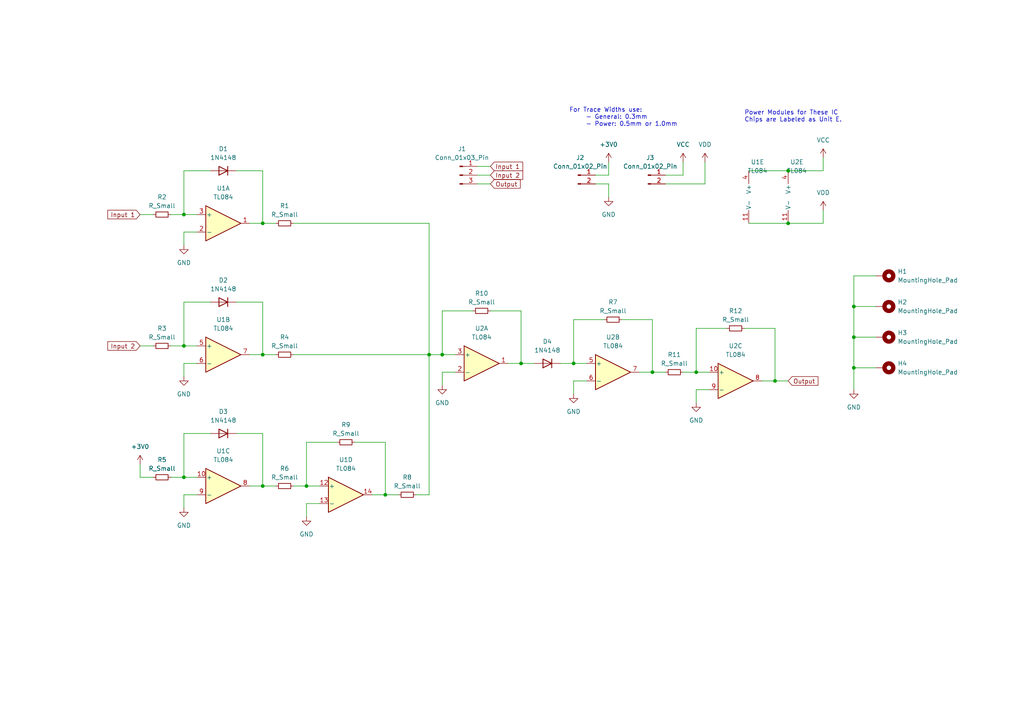
<source format=kicad_sch>
(kicad_sch (version 20230121) (generator eeschema)
  (paper "A4")
  (lib_symbols
    (symbol "Amplifier_Operational:TL084" (pin_names (offset 0.127))
      (property "Reference" "U" (at 0 5.08 0))
      (property "Value" "TL084" (at 0 -5.08 0))
      (symbol "TL084_1_1"
        (polyline (pts (xy -5.08 5.08) (xy 5.08 0) (xy -5.08 -5.08) (xy -5.08 5.08)) (stroke (width 0.254)) (fill (type background)))
        (pin output line (at 7.62 0 180) (length 2.54) (name "~") (number "1"))
        (pin input line (at -7.62 -2.54 0) (length 2.54) (name "-") (number "2"))
        (pin input line (at -7.62 2.54 0) (length 2.54) (name "+") (number "3"))
      )
      (symbol "TL084_2_1"
        (polyline (pts (xy -5.08 5.08) (xy 5.08 0) (xy -5.08 -5.08) (xy -5.08 5.08)) (stroke (width 0.254)) (fill (type background)))
        (pin input line (at -7.62 2.54 0) (length 2.54) (name "+") (number "5"))
        (pin input line (at -7.62 -2.54 0) (length 2.54) (name "-") (number "6"))
        (pin output line (at 7.62 0 180) (length 2.54) (name "~") (number "7"))
      )
      (symbol "TL084_3_1"
        (polyline (pts (xy -5.08 5.08) (xy 5.08 0) (xy -5.08 -5.08) (xy -5.08 5.08)) (stroke (width 0.254)) (fill (type background)))
        (pin input line (at -7.62 2.54 0) (length 2.54) (name "+") (number "10"))
        (pin output line (at 7.62 0 180) (length 2.54) (name "~") (number "8"))
        (pin input line (at -7.62 -2.54 0) (length 2.54) (name "-") (number "9"))
      )
      (symbol "TL084_4_1"
        (polyline (pts (xy -5.08 5.08) (xy 5.08 0) (xy -5.08 -5.08) (xy -5.08 5.08)) (stroke (width 0.254)) (fill (type background)))
        (pin input line (at -7.62 2.54 0) (length 2.54) (name "+") (number "12"))
        (pin input line (at -7.62 -2.54 0) (length 2.54) (name "-") (number "13"))
        (pin output line (at 7.62 0 180) (length 2.54) (name "~") (number "14"))
      )
      (symbol "TL084_5_1"
        (pin power_in line (at -2.54 -7.62 90) (length 3.81) (name "V-") (number "11"))
        (pin power_in line (at -2.54 7.62 270) (length 3.81) (name "V+") (number "4"))
      )
    )
    (symbol "Connector:Conn_01x02_Pin" (pin_names (offset 1.016) hide)
      (property "Reference" "J" (at 0 2.54 0))
      (property "Value" "Conn_01x02_Pin" (at 0 -5.08 0))
      (symbol "Conn_01x02_Pin_1_1"
        (polyline (pts (xy 1.27 -2.54) (xy 0.8636 -2.54)) (stroke (width 0.1524)))
        (polyline (pts (xy 1.27 0) (xy 0.8636 0)) (stroke (width 0.1524)))
        (rectangle (start 0.8636 -2.413) (end 0 -2.667) (stroke (width 0.1524)) (fill (type outline)))
        (rectangle (start 0.8636 0.127) (end 0 -0.127) (stroke (width 0.1524)) (fill (type outline)))
        (pin passive line (at 5.08 0 180) (length 3.81) (name "Pin_1") (number "1"))
        (pin passive line (at 5.08 -2.54 180) (length 3.81) (name "Pin_2") (number "2"))
      )
    )
    (symbol "Connector:Conn_01x03_Pin" (pin_names (offset 1.016) hide)
      (property "Reference" "J" (at 0 5.08 0))
      (property "Value" "Conn_01x03_Pin" (at 0 -5.08 0))
      (symbol "Conn_01x03_Pin_1_1"
        (polyline (pts (xy 1.27 -2.54) (xy 0.8636 -2.54)) (stroke (width 0.1524)))
        (polyline (pts (xy 1.27 0) (xy 0.8636 0)) (stroke (width 0.1524)))
        (polyline (pts (xy 1.27 2.54) (xy 0.8636 2.54)) (stroke (width 0.1524)))
        (rectangle (start 0.8636 -2.413) (end 0 -2.667) (stroke (width 0.1524)) (fill (type outline)))
        (rectangle (start 0.8636 0.127) (end 0 -0.127) (stroke (width 0.1524)) (fill (type outline)))
        (rectangle (start 0.8636 2.667) (end 0 2.413) (stroke (width 0.1524)) (fill (type outline)))
        (pin passive line (at 5.08 2.54 180) (length 3.81) (name "Pin_1") (number "1"))
        (pin passive line (at 5.08 0 180) (length 3.81) (name "Pin_2") (number "2"))
        (pin passive line (at 5.08 -2.54 180) (length 3.81) (name "Pin_3") (number "3"))
      )
    )
    (symbol "Device:R_Small" (pin_numbers hide) (pin_names (offset 0.254) hide)
      (property "Reference" "R" (at 0.762 0.508 0))
      (property "Value" "R_Small" (at 0.762 -1.016 0))
      (symbol "R_Small_0_1"
        (rectangle (start -0.762 1.778) (end 0.762 -1.778) (stroke (width 0.2032)))
      )
      (symbol "R_Small_1_1"
        (pin passive line (at 0 2.54 270) (length 0.762) (name "~") (number "1"))
        (pin passive line (at 0 -2.54 90) (length 0.762) (name "~") (number "2"))
      )
    )
    (symbol "Diode:1N4148" (pin_numbers hide) (pin_names hide)
      (property "Reference" "D" (at 0 2.54 0))
      (property "Value" "1N4148" (at 0 -2.54 0))
      (symbol "1N4148_0_1"
        (polyline (pts (xy -1.27 1.27) (xy -1.27 -1.27)) (stroke (width 0.254)))
        (polyline (pts (xy 1.27 0) (xy -1.27 0)))
        (polyline (pts (xy 1.27 1.27) (xy 1.27 -1.27) (xy -1.27 0) (xy 1.27 1.27)) (stroke (width 0.254)))
      )
      (symbol "1N4148_1_1"
        (pin passive line (at -3.81 0 0) (length 2.54) (name "K") (number "1"))
        (pin passive line (at 3.81 0 180) (length 2.54) (name "A") (number "2"))
      )
    )
    (symbol "Mechanical:MountingHole_Pad" (pin_numbers hide) (pin_names (offset 1.016) hide)
      (property "Reference" "H" (at 0 6.35 0))
      (property "Value" "MountingHole_Pad" (at 0 4.445 0))
      (symbol "MountingHole_Pad_0_1"
        (circle (center 0 1.27) (radius 1.27) (stroke (width 1.27)))
      )
      (symbol "MountingHole_Pad_1_1"
        (pin input line (at 0 -2.54 90) (length 2.54) (name "1") (number "1"))
      )
    )
    (symbol "power:+3V0" (power) (pin_names (offset 0))
      (property "Value" "+3V0" (at 0 3.556 0))
      (symbol "+3V0_0_1"
        (polyline (pts (xy -0.762 1.27) (xy 0 2.54)))
        (polyline (pts (xy 0 0) (xy 0 2.54)))
        (polyline (pts (xy 0 2.54) (xy 0.762 1.27)))
      )
      (symbol "+3V0_1_1"
        (pin power_in line (at 0 0 90) (length 0) hide (name "+3V0") (number "1"))
      )
    )
    (symbol "power:GND" (power) (pin_names (offset 0))
      (property "Value" "GND" (at 0 -3.81 0))
      (symbol "GND_0_1"
        (polyline (pts (xy 0 0) (xy 0 -1.27) (xy 1.27 -1.27) (xy 0 -2.54) (xy -1.27 -1.27) (xy 0 -1.27)))
      )
      (symbol "GND_1_1"
        (pin power_in line (at 0 0 270) (length 0) hide (name "GND") (number "1"))
      )
    )
    (symbol "power:VCC" (power) (pin_names (offset 0))
      (property "Value" "VCC" (at 0 3.81 0))
      (symbol "VCC_0_1"
        (polyline (pts (xy -0.762 1.27) (xy 0 2.54)))
        (polyline (pts (xy 0 0) (xy 0 2.54)))
        (polyline (pts (xy 0 2.54) (xy 0.762 1.27)))
      )
      (symbol "VCC_1_1"
        (pin power_in line (at 0 0 90) (length 0) hide (name "VCC") (number "1"))
      )
    )
    (symbol "power:VDD" (power) (pin_names (offset 0))
      (property "Value" "VDD" (at 0 3.81 0))
      (symbol "VDD_0_1"
        (polyline (pts (xy -0.762 1.27) (xy 0 2.54)))
        (polyline (pts (xy 0 0) (xy 0 2.54)))
        (polyline (pts (xy 0 2.54) (xy 0.762 1.27)))
      )
      (symbol "VDD_1_1"
        (pin power_in line (at 0 0 90) (length 0) hide (name "VDD") (number "1"))
      )
    )
  )
  (junction (at 53.34 100.33))
  (junction (at 247.65 106.68))
  (junction (at 76.2 140.97))
  (junction (at 224.79 110.49))
  (junction (at 247.65 97.79))
  (junction (at 128.27 102.87))
  (junction (at 228.6 64.77))
  (junction (at 201.93 107.95))
  (junction (at 124.46 102.87))
  (junction (at 228.6 49.53))
  (junction (at 189.23 107.95))
  (junction (at 76.2 102.87))
  (junction (at 88.9 140.97))
  (junction (at 247.65 88.9))
  (junction (at 151.13 105.41))
  (junction (at 166.37 105.41))
  (junction (at 111.76 143.51))
  (junction (at 76.2 64.77))
  (junction (at 53.34 62.23))
  (junction (at 53.34 138.43))
  (wire (pts (xy 57.15 105.41) (xy 53.34 105.41)))
  (wire (pts (xy 228.6 49.53) (xy 217.17 49.53)))
  (wire (pts (xy 166.37 105.41) (xy 166.37 92.71)))
  (wire (pts (xy 247.65 88.9) (xy 247.65 97.79)))
  (wire (pts (xy 138.43 53.34) (xy 142.24 53.34)))
  (wire (pts (xy 76.2 87.63) (xy 76.2 102.87)))
  (wire (pts (xy 53.34 125.73) (xy 53.34 138.43)))
  (wire (pts (xy 68.58 125.73) (xy 76.2 125.73)))
  (wire (pts (xy 57.15 67.31) (xy 53.34 67.31)))
  (wire (pts (xy 128.27 107.95) (xy 132.08 107.95)))
  (wire (pts (xy 60.96 49.53) (xy 53.34 49.53)))
  (wire (pts (xy 147.32 105.41) (xy 151.13 105.41)))
  (wire (pts (xy 72.39 64.77) (xy 76.2 64.77)))
  (wire (pts (xy 68.58 87.63) (xy 76.2 87.63)))
  (wire (pts (xy 204.47 53.34) (xy 204.47 46.99)))
  (wire (pts (xy 128.27 90.17) (xy 128.27 102.87)))
  (wire (pts (xy 53.34 105.41) (xy 53.34 109.22)))
  (wire (pts (xy 210.82 95.25) (xy 201.93 95.25)))
  (wire (pts (xy 92.71 146.05) (xy 88.9 146.05)))
  (wire (pts (xy 40.64 134.62) (xy 40.64 138.43)))
  (wire (pts (xy 247.65 88.9) (xy 254 88.9)))
  (wire (pts (xy 53.34 62.23) (xy 57.15 62.23)))
  (wire (pts (xy 53.34 100.33) (xy 57.15 100.33)))
  (wire (pts (xy 88.9 140.97) (xy 92.71 140.97)))
  (wire (pts (xy 53.34 147.32) (xy 53.34 143.51)))
  (wire (pts (xy 176.53 50.8) (xy 172.72 50.8)))
  (wire (pts (xy 128.27 102.87) (xy 132.08 102.87)))
  (wire (pts (xy 128.27 111.76) (xy 128.27 107.95)))
  (wire (pts (xy 247.65 80.01) (xy 247.65 88.9)))
  (wire (pts (xy 49.53 62.23) (xy 53.34 62.23)))
  (wire (pts (xy 198.12 46.99) (xy 198.12 50.8)))
  (wire (pts (xy 201.93 107.95) (xy 205.74 107.95)))
  (wire (pts (xy 151.13 105.41) (xy 151.13 90.17)))
  (wire (pts (xy 238.76 60.96) (xy 238.76 64.77)))
  (wire (pts (xy 72.39 102.87) (xy 76.2 102.87)))
  (wire (pts (xy 220.98 110.49) (xy 224.79 110.49)))
  (wire (pts (xy 166.37 114.3) (xy 166.37 110.49)))
  (wire (pts (xy 247.65 97.79) (xy 254 97.79)))
  (wire (pts (xy 193.04 53.34) (xy 204.47 53.34)))
  (wire (pts (xy 201.93 113.03) (xy 205.74 113.03)))
  (wire (pts (xy 189.23 92.71) (xy 189.23 107.95)))
  (wire (pts (xy 49.53 138.43) (xy 53.34 138.43)))
  (wire (pts (xy 201.93 116.84) (xy 201.93 113.03)))
  (wire (pts (xy 124.46 102.87) (xy 128.27 102.87)))
  (wire (pts (xy 172.72 53.34) (xy 176.53 53.34)))
  (wire (pts (xy 247.65 97.79) (xy 247.65 106.68)))
  (wire (pts (xy 88.9 146.05) (xy 88.9 149.86)))
  (wire (pts (xy 40.64 138.43) (xy 44.45 138.43)))
  (wire (pts (xy 166.37 105.41) (xy 170.18 105.41)))
  (wire (pts (xy 76.2 64.77) (xy 80.01 64.77)))
  (wire (pts (xy 138.43 48.26) (xy 142.24 48.26)))
  (wire (pts (xy 76.2 102.87) (xy 80.01 102.87)))
  (wire (pts (xy 137.16 90.17) (xy 128.27 90.17)))
  (wire (pts (xy 215.9 95.25) (xy 224.79 95.25)))
  (wire (pts (xy 162.56 105.41) (xy 166.37 105.41)))
  (wire (pts (xy 228.6 64.77) (xy 217.17 64.77)))
  (wire (pts (xy 198.12 50.8) (xy 193.04 50.8)))
  (wire (pts (xy 151.13 90.17) (xy 142.24 90.17)))
  (wire (pts (xy 151.13 105.41) (xy 154.94 105.41)))
  (wire (pts (xy 238.76 49.53) (xy 228.6 49.53)))
  (wire (pts (xy 68.58 49.53) (xy 76.2 49.53)))
  (wire (pts (xy 238.76 45.72) (xy 238.76 49.53)))
  (wire (pts (xy 247.65 106.68) (xy 254 106.68)))
  (wire (pts (xy 53.34 143.51) (xy 57.15 143.51)))
  (wire (pts (xy 85.09 102.87) (xy 124.46 102.87)))
  (wire (pts (xy 124.46 64.77) (xy 124.46 102.87)))
  (wire (pts (xy 180.34 92.71) (xy 189.23 92.71)))
  (wire (pts (xy 176.53 46.99) (xy 176.53 50.8)))
  (wire (pts (xy 238.76 64.77) (xy 228.6 64.77)))
  (wire (pts (xy 224.79 110.49) (xy 228.6 110.49)))
  (wire (pts (xy 88.9 140.97) (xy 88.9 128.27)))
  (wire (pts (xy 185.42 107.95) (xy 189.23 107.95)))
  (wire (pts (xy 111.76 128.27) (xy 111.76 143.51)))
  (wire (pts (xy 85.09 140.97) (xy 88.9 140.97)))
  (wire (pts (xy 189.23 107.95) (xy 193.04 107.95)))
  (wire (pts (xy 40.64 100.33) (xy 44.45 100.33)))
  (wire (pts (xy 76.2 125.73) (xy 76.2 140.97)))
  (wire (pts (xy 254 80.01) (xy 247.65 80.01)))
  (wire (pts (xy 53.34 87.63) (xy 53.34 100.33)))
  (wire (pts (xy 201.93 95.25) (xy 201.93 107.95)))
  (wire (pts (xy 40.64 62.23) (xy 44.45 62.23)))
  (wire (pts (xy 49.53 100.33) (xy 53.34 100.33)))
  (wire (pts (xy 76.2 49.53) (xy 76.2 64.77)))
  (wire (pts (xy 102.87 128.27) (xy 111.76 128.27)))
  (wire (pts (xy 224.79 95.25) (xy 224.79 110.49)))
  (wire (pts (xy 166.37 110.49) (xy 170.18 110.49)))
  (wire (pts (xy 124.46 143.51) (xy 124.46 102.87)))
  (wire (pts (xy 198.12 107.95) (xy 201.93 107.95)))
  (wire (pts (xy 60.96 125.73) (xy 53.34 125.73)))
  (wire (pts (xy 111.76 143.51) (xy 115.57 143.51)))
  (wire (pts (xy 53.34 138.43) (xy 57.15 138.43)))
  (wire (pts (xy 60.96 87.63) (xy 53.34 87.63)))
  (wire (pts (xy 53.34 67.31) (xy 53.34 71.12)))
  (wire (pts (xy 166.37 92.71) (xy 175.26 92.71)))
  (wire (pts (xy 120.65 143.51) (xy 124.46 143.51)))
  (wire (pts (xy 76.2 140.97) (xy 80.01 140.97)))
  (wire (pts (xy 107.95 143.51) (xy 111.76 143.51)))
  (wire (pts (xy 72.39 140.97) (xy 76.2 140.97)))
  (wire (pts (xy 176.53 53.34) (xy 176.53 57.15)))
  (wire (pts (xy 247.65 106.68) (xy 247.65 113.03)))
  (wire (pts (xy 138.43 50.8) (xy 142.24 50.8)))
  (wire (pts (xy 88.9 128.27) (xy 97.79 128.27)))
  (wire (pts (xy 85.09 64.77) (xy 124.46 64.77)))
  (wire (pts (xy 53.34 49.53) (xy 53.34 62.23)))
  (text "For Trace Widths use:\n	- General: 0.3mm\n	- Power: 0.5mm or 1.0mm" (at 165.1 36.83 0) (effects (font (size 1.27 1.27)) (justify left bottom)))
  (text "Power Modules for These IC\nChips are Labeled as Unit E." (at 215.9 35.56 0) (effects (font (size 1.27 1.27)) (justify left bottom)))
  (global_label "Input 2" (shape input) (at 40.64 100.33 180) (property "Intersheetrefs" "${INTERSHEET_REFS}" (effects hide)))
  (global_label "Input 2" (shape input) (at 142.24 50.8 0) (property "Intersheetrefs" "${INTERSHEET_REFS}" (effects hide)))
  (global_label "Input 1" (shape input) (at 142.24 48.26 0) (property "Intersheetrefs" "${INTERSHEET_REFS}" (effects hide)))
  (global_label "Output" (shape input) (at 142.24 53.34 0) (property "Intersheetrefs" "${INTERSHEET_REFS}" (effects hide)))
  (global_label "Output" (shape input) (at 228.6 110.49 0) (property "Intersheetrefs" "${INTERSHEET_REFS}" (effects hide)))
  (global_label "Input 1" (shape input) (at 40.64 62.23 180) (property "Intersheetrefs" "${INTERSHEET_REFS}" (effects hide)))
  (symbol (lib_id "Device:R_Small") (at 177.8 92.71 90) (unit 1)
    (property "Reference" "R7" (at 177.8 87.63 90))
    (property "Value" "R_Small" (at 177.8 90.17 90))
    (property "Footprint" "Resistor_THT:R_Axial_DIN0411_L9.9mm_D3.6mm_P15.24mm_Horizontal" (effects hide))
  )
  (symbol (lib_id "Mechanical:MountingHole_Pad") (at 256.54 106.68 270) (unit 1)
    (property "Reference" "H4" (at 260.35 105.41 90) (effects (justify left)))
    (property "Value" "MountingHole_Pad" (at 260.35 107.95 90) (effects (justify left)))
    (property "Footprint" "MountingHole:MountingHole_3.5mm_Pad_Via" (effects hide))
  )
  (symbol (lib_id "Mechanical:MountingHole_Pad") (at 256.54 80.01 270) (unit 1)
    (property "Reference" "H1" (at 260.35 78.74 90) (effects (justify left)))
    (property "Value" "MountingHole_Pad" (at 260.35 81.28 90) (effects (justify left)))
    (property "Footprint" "MountingHole:MountingHole_3.5mm_Pad_Via" (effects hide))
  )
  (symbol (lib_id "Device:R_Small") (at 100.33 128.27 90) (unit 1)
    (property "Reference" "R9" (at 100.33 123.19 90))
    (property "Value" "R_Small" (at 100.33 125.73 90))
    (property "Footprint" "Resistor_THT:R_Axial_DIN0411_L9.9mm_D3.6mm_P15.24mm_Horizontal" (effects hide))
  )
  (symbol (lib_id "Device:R_Small") (at 195.58 107.95 90) (unit 1)
    (property "Reference" "R11" (at 195.58 102.87 90))
    (property "Value" "R_Small" (at 195.58 105.41 90))
    (property "Footprint" "Resistor_THT:R_Axial_DIN0411_L9.9mm_D3.6mm_P15.24mm_Horizontal" (effects hide))
  )
  (symbol (lib_id "power:GND") (at 88.9 149.86 0) (unit 1)
    (property "Reference" "#PWR04" (effects hide))
    (property "Value" "GND" (at 88.9 154.94 0))
  )
  (symbol (lib_id "power:+3V0") (at 176.53 46.99 0) (unit 1)
    (property "Reference" "#PWR011" (effects hide))
    (property "Value" "+3V0" (at 176.53 41.91 0))
  )
  (symbol (lib_id "Amplifier_Operational:TL084") (at 231.14 57.15 0) (unit 5)
    (property "Reference" "U2" (at 231.14 46.99 0))
    (property "Value" "TL084" (at 231.14 49.53 0))
    (property "Footprint" "Package_DIP:DIP-14_W7.62mm_Socket_LongPads" (effects hide))
    (property "Datasheet" "http://www.ti.com/lit/ds/symlink/tl081.pdf" (effects hide))
  )
  (symbol (lib_id "power:GND") (at 247.65 113.03 0) (unit 1)
    (property "Reference" "#PWR015" (effects hide))
    (property "Value" "GND" (at 247.65 118.11 0))
  )
  (symbol (lib_id "Connector:Conn_01x03_Pin") (at 133.35 50.8 0) (unit 1)
    (property "Reference" "J1" (at 133.985 43.18 0))
    (property "Value" "Conn_01x03_Pin" (at 133.985 45.72 0))
    (property "Footprint" "Connector_PinHeader_2.54mm:PinHeader_1x03_P2.54mm_Vertical" (effects hide))
  )
  (symbol (lib_id "Amplifier_Operational:TL084") (at 213.36 110.49 0) (unit 3)
    (property "Reference" "U2" (at 213.36 100.33 0))
    (property "Value" "TL084" (at 213.36 102.87 0))
    (property "Footprint" "Package_DIP:DIP-14_W7.62mm_Socket_LongPads" (effects hide))
    (property "Datasheet" "http://www.ti.com/lit/ds/symlink/tl081.pdf" (effects hide))
  )
  (symbol (lib_id "power:GND") (at 53.34 109.22 0) (unit 1)
    (property "Reference" "#PWR02" (effects hide))
    (property "Value" "GND" (at 53.34 114.3 0))
  )
  (symbol (lib_id "power:VCC") (at 198.12 46.99 0) (unit 1)
    (property "Reference" "#PWR09" (effects hide))
    (property "Value" "VCC" (at 198.12 41.91 0))
  )
  (symbol (lib_id "Mechanical:MountingHole_Pad") (at 256.54 97.79 270) (unit 1)
    (property "Reference" "H3" (at 260.35 96.52 90) (effects (justify left)))
    (property "Value" "MountingHole_Pad" (at 260.35 99.06 90) (effects (justify left)))
    (property "Footprint" "MountingHole:MountingHole_3.5mm_Pad_Via" (effects hide))
  )
  (symbol (lib_id "Diode:1N4148") (at 158.75 105.41 180) (unit 1)
    (property "Reference" "D4" (at 158.75 99.06 0))
    (property "Value" "1N4148" (at 158.75 101.6 0))
    (property "Footprint" "Diode_THT:D_DO-35_SOD27_P7.62mm_Horizontal" (effects hide))
    (property "Datasheet" "https://assets.nexperia.com/documents/data-sheet/1N4148_1N4448.pdf" (effects hide))
    (property "Sim.Device" "D" (effects hide))
    (property "Sim.Pins" "1=K 2=A" (effects hide))
  )
  (symbol (lib_id "Diode:1N4148") (at 64.77 87.63 180) (unit 1)
    (property "Reference" "D2" (at 64.77 81.28 0))
    (property "Value" "1N4148" (at 64.77 83.82 0))
    (property "Footprint" "Diode_THT:D_DO-35_SOD27_P7.62mm_Horizontal" (effects hide))
    (property "Datasheet" "https://assets.nexperia.com/documents/data-sheet/1N4148_1N4448.pdf" (effects hide))
    (property "Sim.Device" "D" (effects hide))
    (property "Sim.Pins" "1=K 2=A" (effects hide))
  )
  (symbol (lib_id "Amplifier_Operational:TL084") (at 139.7 105.41 0) (unit 1)
    (property "Reference" "U2" (at 139.7 95.25 0))
    (property "Value" "TL084" (at 139.7 97.79 0))
    (property "Footprint" "Package_DIP:DIP-14_W7.62mm_Socket_LongPads" (effects hide))
    (property "Datasheet" "http://www.ti.com/lit/ds/symlink/tl081.pdf" (effects hide))
  )
  (symbol (lib_id "power:GND") (at 176.53 57.15 0) (unit 1)
    (property "Reference" "#PWR010" (effects hide))
    (property "Value" "GND" (at 176.53 62.23 0))
  )
  (symbol (lib_id "Amplifier_Operational:TL084") (at 177.8 107.95 0) (unit 2)
    (property "Reference" "U2" (at 177.8 97.79 0))
    (property "Value" "TL084" (at 177.8 100.33 0))
    (property "Footprint" "Package_DIP:DIP-14_W7.62mm_Socket_LongPads" (effects hide))
    (property "Datasheet" "http://www.ti.com/lit/ds/symlink/tl081.pdf" (effects hide))
  )
  (symbol (lib_id "Amplifier_Operational:TL084") (at 64.77 64.77 0) (unit 1)
    (property "Reference" "U1" (at 64.77 54.61 0))
    (property "Value" "TL084" (at 64.77 57.15 0))
    (property "Footprint" "Package_DIP:DIP-14_W7.62mm_Socket_LongPads" (effects hide))
    (property "Datasheet" "http://www.ti.com/lit/ds/symlink/tl081.pdf" (effects hide))
  )
  (symbol (lib_id "Device:R_Small") (at 82.55 64.77 90) (unit 1)
    (property "Reference" "R1" (at 82.55 59.69 90))
    (property "Value" "R_Small" (at 82.55 62.23 90))
    (property "Footprint" "Resistor_THT:R_Axial_DIN0411_L9.9mm_D3.6mm_P15.24mm_Horizontal" (effects hide))
  )
  (symbol (lib_id "power:+3V0") (at 40.64 134.62 0) (unit 1)
    (property "Reference" "#PWR06" (effects hide))
    (property "Value" "+3V0" (at 40.64 129.54 0))
  )
  (symbol (lib_id "power:GND") (at 53.34 147.32 0) (unit 1)
    (property "Reference" "#PWR03" (effects hide))
    (property "Value" "GND" (at 53.34 152.4 0))
  )
  (symbol (lib_id "Device:R_Small") (at 46.99 62.23 90) (unit 1)
    (property "Reference" "R2" (at 46.99 57.15 90))
    (property "Value" "R_Small" (at 46.99 59.69 90))
    (property "Footprint" "Resistor_THT:R_Axial_DIN0411_L9.9mm_D3.6mm_P15.24mm_Horizontal" (effects hide))
  )
  (symbol (lib_id "Amplifier_Operational:TL084") (at 64.77 102.87 0) (unit 2)
    (property "Reference" "U1" (at 64.77 92.71 0))
    (property "Value" "TL084" (at 64.77 95.25 0))
    (property "Footprint" "Package_DIP:DIP-14_W7.62mm_Socket_LongPads" (effects hide))
    (property "Datasheet" "http://www.ti.com/lit/ds/symlink/tl081.pdf" (effects hide))
  )
  (symbol (lib_id "power:GND") (at 166.37 114.3 0) (unit 1)
    (property "Reference" "#PWR07" (effects hide))
    (property "Value" "GND" (at 166.37 119.38 0))
  )
  (symbol (lib_id "Connector:Conn_01x02_Pin") (at 167.64 50.8 0) (unit 1)
    (property "Reference" "J2" (at 168.275 45.72 0))
    (property "Value" "Conn_01x02_Pin" (at 168.275 48.26 0))
    (property "Footprint" "Connector_PinHeader_2.54mm:PinHeader_1x02_P2.54mm_Vertical" (effects hide))
  )
  (symbol (lib_id "Device:R_Small") (at 46.99 100.33 90) (unit 1)
    (property "Reference" "R3" (at 46.99 95.25 90))
    (property "Value" "R_Small" (at 46.99 97.79 90))
    (property "Footprint" "Resistor_THT:R_Axial_DIN0411_L9.9mm_D3.6mm_P15.24mm_Horizontal" (effects hide))
  )
  (symbol (lib_id "Device:R_Small") (at 46.99 138.43 90) (unit 1)
    (property "Reference" "R5" (at 46.99 133.35 90))
    (property "Value" "R_Small" (at 46.99 135.89 90))
    (property "Footprint" "Resistor_THT:R_Axial_DIN0411_L9.9mm_D3.6mm_P15.24mm_Horizontal" (effects hide))
  )
  (symbol (lib_id "Device:R_Small") (at 82.55 102.87 90) (unit 1)
    (property "Reference" "R4" (at 82.55 97.79 90))
    (property "Value" "R_Small" (at 82.55 100.33 90))
    (property "Footprint" "Resistor_THT:R_Axial_DIN0411_L9.9mm_D3.6mm_P15.24mm_Horizontal" (effects hide))
  )
  (symbol (lib_id "power:GND") (at 53.34 71.12 0) (unit 1)
    (property "Reference" "#PWR01" (effects hide))
    (property "Value" "GND" (at 53.34 76.2 0))
  )
  (symbol (lib_id "Amplifier_Operational:TL084") (at 100.33 143.51 0) (unit 4)
    (property "Reference" "U1" (at 100.33 133.35 0))
    (property "Value" "TL084" (at 100.33 135.89 0))
    (property "Footprint" "Package_DIP:DIP-14_W7.62mm_Socket_LongPads" (effects hide))
    (property "Datasheet" "http://www.ti.com/lit/ds/symlink/tl081.pdf" (effects hide))
  )
  (symbol (lib_id "power:GND") (at 201.93 116.84 0) (unit 1)
    (property "Reference" "#PWR08" (effects hide))
    (property "Value" "GND" (at 201.93 121.92 0))
  )
  (symbol (lib_id "Device:R_Small") (at 213.36 95.25 90) (unit 1)
    (property "Reference" "R12" (at 213.36 90.17 90))
    (property "Value" "R_Small" (at 213.36 92.71 90))
    (property "Footprint" "Resistor_THT:R_Axial_DIN0411_L9.9mm_D3.6mm_P15.24mm_Horizontal" (effects hide))
  )
  (symbol (lib_id "Mechanical:MountingHole_Pad") (at 256.54 88.9 270) (unit 1)
    (property "Reference" "H2" (at 260.35 87.63 90) (effects (justify left)))
    (property "Value" "MountingHole_Pad" (at 260.35 90.17 90) (effects (justify left)))
    (property "Footprint" "MountingHole:MountingHole_3.5mm_Pad_Via" (effects hide))
  )
  (symbol (lib_id "Diode:1N4148") (at 64.77 49.53 180) (unit 1)
    (property "Reference" "D1" (at 64.77 43.18 0))
    (property "Value" "1N4148" (at 64.77 45.72 0))
    (property "Footprint" "Diode_THT:D_DO-35_SOD27_P7.62mm_Horizontal" (effects hide))
    (property "Datasheet" "https://assets.nexperia.com/documents/data-sheet/1N4148_1N4448.pdf" (effects hide))
    (property "Sim.Device" "D" (effects hide))
    (property "Sim.Pins" "1=K 2=A" (effects hide))
  )
  (symbol (lib_id "power:VDD") (at 204.47 46.99 0) (unit 1)
    (property "Reference" "#PWR012" (effects hide))
    (property "Value" "VDD" (at 204.47 41.91 0))
  )
  (symbol (lib_id "Amplifier_Operational:TL084") (at 64.77 140.97 0) (unit 3)
    (property "Reference" "U1" (at 64.77 130.81 0))
    (property "Value" "TL084" (at 64.77 133.35 0))
    (property "Footprint" "Package_DIP:DIP-14_W7.62mm_Socket_LongPads" (effects hide))
    (property "Datasheet" "http://www.ti.com/lit/ds/symlink/tl081.pdf" (effects hide))
  )
  (symbol (lib_id "Connector:Conn_01x02_Pin") (at 187.96 50.8 0) (unit 1)
    (property "Reference" "J3" (at 188.595 45.72 0))
    (property "Value" "Conn_01x02_Pin" (at 188.595 48.26 0))
    (property "Footprint" "Connector_PinHeader_2.54mm:PinHeader_1x02_P2.54mm_Vertical" (effects hide))
  )
  (symbol (lib_id "power:GND") (at 128.27 111.76 0) (unit 1)
    (property "Reference" "#PWR05" (effects hide))
    (property "Value" "GND" (at 128.27 116.84 0))
  )
  (symbol (lib_id "Device:R_Small") (at 82.55 140.97 90) (unit 1)
    (property "Reference" "R6" (at 82.55 135.89 90))
    (property "Value" "R_Small" (at 82.55 138.43 90))
    (property "Footprint" "Resistor_THT:R_Axial_DIN0411_L9.9mm_D3.6mm_P15.24mm_Horizontal" (effects hide))
  )
  (symbol (lib_id "Device:R_Small") (at 118.11 143.51 90) (unit 1)
    (property "Reference" "R8" (at 118.11 138.43 90))
    (property "Value" "R_Small" (at 118.11 140.97 90))
    (property "Footprint" "Resistor_THT:R_Axial_DIN0411_L9.9mm_D3.6mm_P15.24mm_Horizontal" (effects hide))
  )
  (symbol (lib_id "Diode:1N4148") (at 64.77 125.73 180) (unit 1)
    (property "Reference" "D3" (at 64.77 119.38 0))
    (property "Value" "1N4148" (at 64.77 121.92 0))
    (property "Footprint" "Diode_THT:D_DO-35_SOD27_P7.62mm_Horizontal" (effects hide))
    (property "Datasheet" "https://assets.nexperia.com/documents/data-sheet/1N4148_1N4448.pdf" (effects hide))
    (property "Sim.Device" "D" (effects hide))
    (property "Sim.Pins" "1=K 2=A" (effects hide))
  )
  (symbol (lib_id "power:VDD") (at 238.76 60.96 0) (unit 1)
    (property "Reference" "#PWR014" (effects hide))
    (property "Value" "VDD" (at 238.76 55.88 0))
  )
  (symbol (lib_id "power:VCC") (at 238.76 45.72 0) (unit 1)
    (property "Reference" "#PWR013" (effects hide))
    (property "Value" "VCC" (at 238.76 40.64 0))
  )
  (symbol (lib_id "Amplifier_Operational:TL084") (at 219.71 57.15 0) (unit 5)
    (property "Reference" "U1" (at 219.71 46.99 0))
    (property "Value" "TL084" (at 219.71 49.53 0))
    (property "Footprint" "Package_DIP:DIP-14_W7.62mm_Socket_LongPads" (effects hide))
    (property "Datasheet" "http://www.ti.com/lit/ds/symlink/tl081.pdf" (effects hide))
  )
  (symbol (lib_id "Device:R_Small") (at 139.7 90.17 90) (unit 1)
    (property "Reference" "R10" (at 139.7 85.09 90))
    (property "Value" "R_Small" (at 139.7 87.63 90))
    (property "Footprint" "Resistor_THT:R_Axial_DIN0411_L9.9mm_D3.6mm_P15.24mm_Horizontal" (effects hide))
  )
)
</source>
